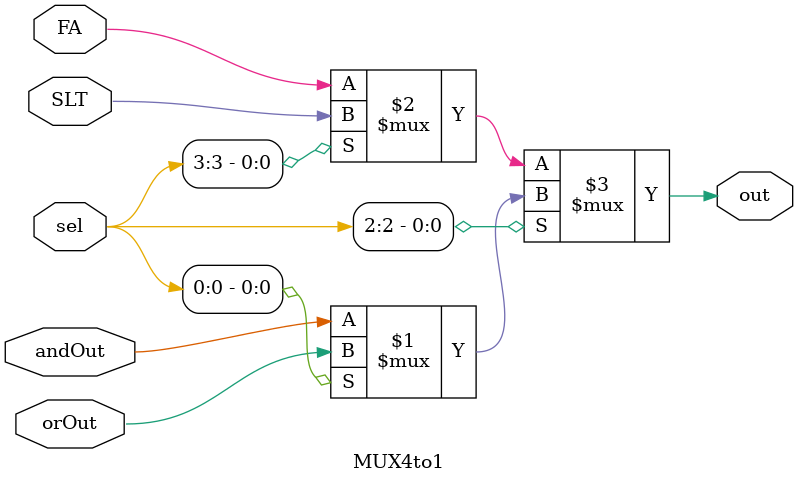
<source format=v>
`timescale 1ns/1ns
module  MUX4to1(sel,andOut,orOut,FA,SLT,out);

//   Signal ( 6-bits)?
//   AND  : 36 100100
//   OR   : 37 100101
//   ADD  : 32 100000
//   SUB  : 34 100010
//   SLT  : 42 101010
input andOut,orOut,FA,SLT;
input [5:0] sel;
output out;
wire temp;
assign out = (sel[2]) ? ((sel[0]) ? orOut:andOut) : ((sel[3]) ? SLT:FA);
// assign out = temp;
endmodule
</source>
